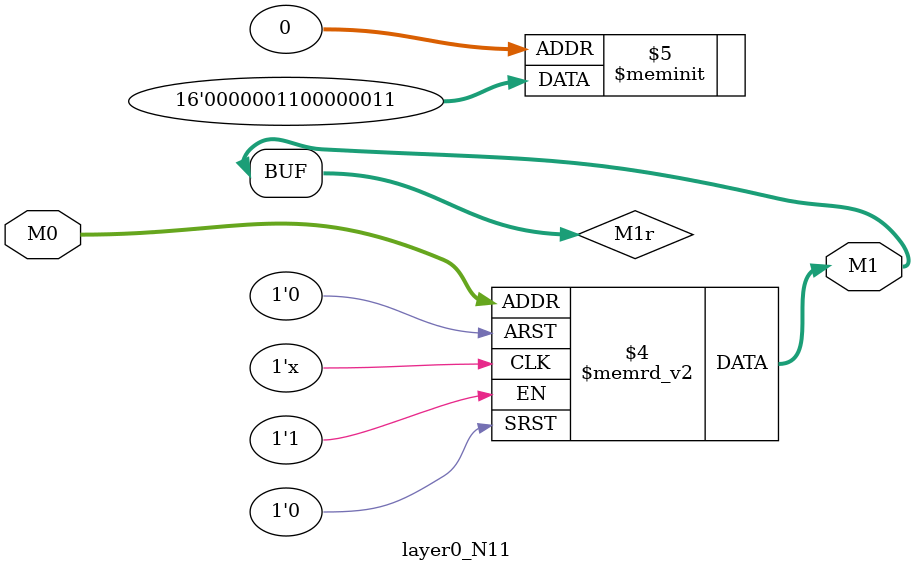
<source format=v>
module layer0_N11 ( input [2:0] M0, output [1:0] M1 );

	(*rom_style = "distributed" *) reg [1:0] M1r;
	assign M1 = M1r;
	always @ (M0) begin
		case (M0)
			3'b000: M1r = 2'b11;
			3'b100: M1r = 2'b11;
			3'b010: M1r = 2'b00;
			3'b110: M1r = 2'b00;
			3'b001: M1r = 2'b00;
			3'b101: M1r = 2'b00;
			3'b011: M1r = 2'b00;
			3'b111: M1r = 2'b00;

		endcase
	end
endmodule

</source>
